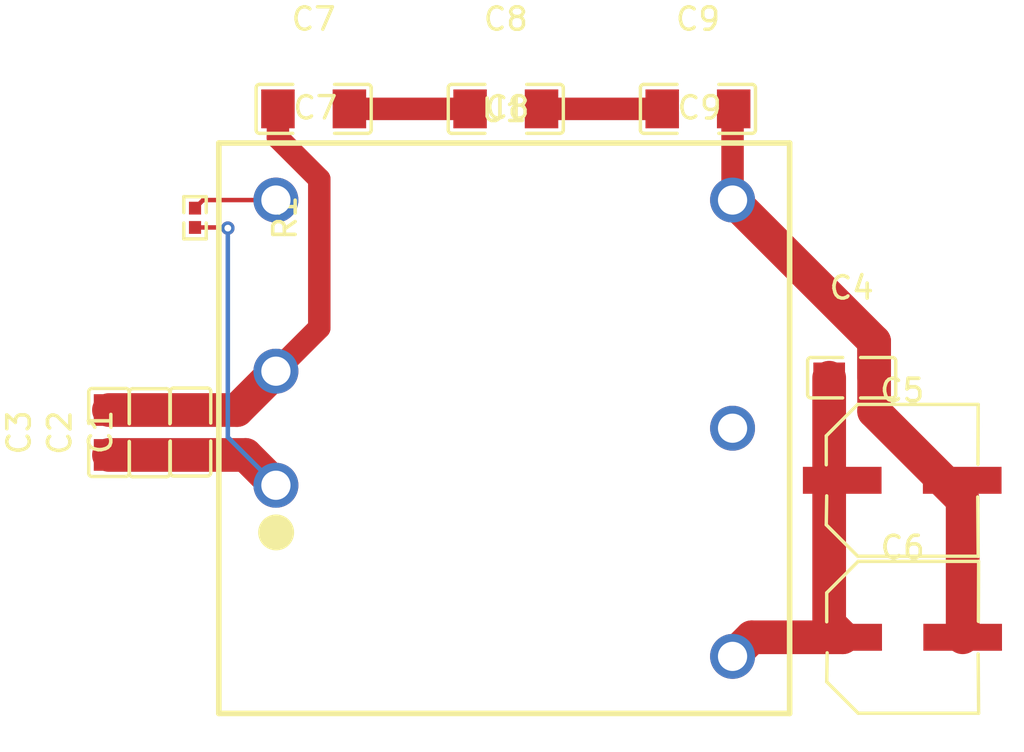
<source format=kicad_pcb>
(kicad_pcb (version 20241229) (generator "pcbnew") (generator_version "9.0")
  (layers (0 "F.Cu" signal) (2 "B.Cu" signal) (13 "F.Paste" user) (15 "B.Paste" user) (5 "F.SilkS" user "F.Silkscreen") (7 "B.SilkS" user "B.Silkscreen") (1 "F.Mask" user) (3 "B.Mask" user) (25 "Edge.Cuts" user))
  (net 0 "")
  (net 1 "converter-net")
  (net 2 "NP")
  (net 3 "converter-net-1")
  (net 4 "VO_plus")
  (net 5 "CNT")
  (net 6 "gnd-1")
  (net 7 "gnd")
  (net 8 "hv")
  (footprint "atopile:CAP-SMD_BD6.3-L6.6-W6.6-FD-3e301d" (layer "F.Cu") (at 166.4 111.62)
    (property "Reference" "C5" (at 0 -4 0) (layer "F.SilkS"))
    (property "Value" "100µF ±20%")
    (fp_line (start -3.38 -1.98) (end -3.38 -0.69) (stroke (width 0.15)) (layer "F.SilkS"))
    (fp_line (start -3.38 1.98) (end -3.36 0.69) (stroke (width 0.15)) (layer "F.SilkS"))
    (fp_line (start -1.98 -3.38) (end -3.38 -1.98) (stroke (width 0.15)) (layer "F.SilkS"))
    (fp_line (start -1.98 3.38) (end -3.38 1.98) (stroke (width 0.15)) (layer "F.SilkS"))
    (fp_line (start 3.36 0.74) (end 3.38 3.38) (stroke (width 0.15)) (layer "F.SilkS"))
    (fp_line (start 3.37 -0.71) (end 3.38 -3.38) (stroke (width 0.15)) (layer "F.SilkS"))
    (fp_line (start 3.38 -3.38) (end -1.98 -3.38) (stroke (width 0.15)) (layer "F.SilkS"))
    (fp_line (start 3.38 3.38) (end -1.98 3.38) (stroke (width 0.15)) (layer "F.SilkS"))
    (fp_text user "${REFERENCE}" (at 0 -4 0) (layer "F.SilkS"))
    (pad "1" smd rect (at -2.67 0) (size 3.5 1.2) (layers "F.Cu" "F.Mask" "F.Paste") (net 4 "VO_plus"))
    (pad "2" smd rect (at 2.67 0) (size 3.5 1.2) (layers "F.Cu" "F.Mask" "F.Paste") (net 6 "gnd-1"))
  )
  (footprint "atopile:C0805-3b2e55" (layer "F.Cu") (at 134.73 109.47 90)
    (property "Reference" "C1" (at 0 -4 90) (layer "F.SilkS"))
    (property "Value" "10µF ±10% 50V X5R")
    (fp_line (start 1.81 -0.9) (end 0.4 -0.9) (stroke (width 0.15)) (layer "F.SilkS"))
    (fp_line (start -1.81 -0.9) (end -0.4 -0.9) (stroke (width 0.15)) (layer "F.SilkS"))
    (fp_line (start 1.96 0.75) (end 1.96 -0.75) (stroke (width 0.15)) (layer "F.SilkS"))
    (fp_line (start -1.96 0.75) (end -1.96 -0.75) (stroke (width 0.15)) (layer "F.SilkS"))
    (fp_line (start 0.4 0.9) (end 1.81 0.9) (stroke (width 0.15)) (layer "F.SilkS"))
    (fp_line (start -0.4 0.9) (end -1.81 0.9) (stroke (width 0.15)) (layer "F.SilkS"))
    (fp_arc (start 1.81 -0.9) (mid 1.916066 -0.856066) (end 1.96 -0.75) (stroke (width 0.15)) (layer "F.SilkS"))
    (fp_arc (start -1.96 -0.75) (mid -1.916066 -0.856066) (end -1.81 -0.9) (stroke (width 0.15)) (layer "F.SilkS"))
    (fp_arc (start 1.96 0.75) (mid 1.916066 0.856066) (end 1.81 0.9) (stroke (width 0.15)) (layer "F.SilkS"))
    (fp_arc (start -1.81 0.9) (mid -1.916066 0.856066) (end -1.96 0.75) (stroke (width 0.15)) (layer "F.SilkS"))
    (fp_text user "${REFERENCE}" (at 0 -4 90) (layer "F.SilkS"))
    (pad "1" smd rect (at -1 0 90) (size 1.41 1.35) (layers "F.Cu" "F.Mask" "F.Paste") (net 8 "hv"))
    (pad "2" smd rect (at 1 0 90) (size 1.41 1.35) (layers "F.Cu" "F.Mask" "F.Paste") (net 7 "gnd"))
  )
  (footprint "atopile:R0402-56259e" (layer "F.Cu") (at 134.93 99.93 -90)
    (property "Reference" "R1" (at 0 -4 90) (layer "F.SilkS"))
    (property "Value" "10kΩ ±1% 62.5mW")
    (fp_line (start -0.94 0.5) (end -0.94 -0.5) (stroke (width 0.15)) (layer "F.SilkS"))
    (fp_line (start -0.23 0.5) (end -0.94 0.5) (stroke (width 0.15)) (layer "F.SilkS"))
    (fp_line (start 0.23 0.5) (end 0.94 0.5) (stroke (width 0.15)) (layer "F.SilkS"))
    (fp_line (start 0.94 0.5) (end 0.94 -0.5) (stroke (width 0.15)) (layer "F.SilkS"))
    (fp_line (start -0.94 -0.5) (end -0.23 -0.5) (stroke (width 0.15)) (layer "F.SilkS"))
    (fp_line (start 0.94 -0.5) (end 0.23 -0.5) (stroke (width 0.15)) (layer "F.SilkS"))
    (fp_text user "${REFERENCE}" (at 0 -4 270) (layer "F.SilkS"))
    (pad "1" smd rect (at -0.43 0 270) (size 0.57 0.54) (layers "F.Cu" "F.Mask" "F.Paste") (net 5 "CNT"))
    (pad "2" smd rect (at 0.43 0 270) (size 0.57 0.54) (layers "F.Cu" "F.Mask" "F.Paste") (net 8 "hv"))
  )
  (footprint "atopile:C1206-f0a137" (layer "F.Cu") (at 157.31 95.08)
    (property "Reference" "C9" (at 0.072512 -0.048096 0) (layer "F.SilkS"))
    (property "Value" "2.2nF ±10% 1kV X7R")
    (fp_line (start -2.56 0.94) (end -2.56 -0.94) (stroke (width 0.15)) (layer "F.SilkS"))
    (fp_line (start -2.41 -1.09) (end -0.93 -1.09) (stroke (width 0.15)) (layer "F.SilkS"))
    (fp_line (start -0.93 1.09) (end -2.41 1.09) (stroke (width 0.15)) (layer "F.SilkS"))
    (fp_line (start 0.93 1.09) (end 2.41 1.09) (stroke (width 0.15)) (layer "F.SilkS"))
    (fp_line (start 2.41 -1.09) (end 0.93 -1.09) (stroke (width 0.15)) (layer "F.SilkS"))
    (fp_line (start 2.56 0.94) (end 2.56 -0.94) (stroke (width 0.15)) (layer "F.SilkS"))
    (fp_arc (start -2.56 -0.94) (mid -2.516066 -1.046066) (end -2.41 -1.09) (stroke (width 0.15)) (layer "F.SilkS"))
    (fp_arc (start -2.41 1.09) (mid -2.516066 1.046066) (end -2.56 0.94) (stroke (width 0.15)) (layer "F.SilkS"))
    (fp_arc (start 2.41 -1.09) (mid 2.516066 -1.046066) (end 2.56 -0.94) (stroke (width 0.15)) (layer "F.SilkS"))
    (fp_arc (start 2.56 0.94) (mid 2.516066 1.046066) (end 2.41 1.09) (stroke (width 0.15)) (layer "F.SilkS"))
    (fp_text user "${REFERENCE}" (at 0 -4 0) (layer "F.SilkS"))
    (pad "1" smd rect (at -1.59 0) (size 1.49 1.73) (layers "F.Cu" "F.Mask" "F.Paste") (net 1 "converter-net"))
    (pad "2" smd rect (at 1.59 0) (size 1.49 1.73) (layers "F.Cu" "F.Mask" "F.Paste") (net 6 "gnd-1"))
  )
  (footprint "atopile:C0805-3b2e55" (layer "F.Cu") (at 164.15 107.05)
    (property "Reference" "C4" (at 0 -4 0) (layer "F.SilkS"))
    (property "Value" "1µF ±10% 50V X7R")
    (fp_line (start -1.96 0.75) (end -1.96 -0.75) (stroke (width 0.15)) (layer "F.SilkS"))
    (fp_line (start -1.81 -0.9) (end -0.4 -0.9) (stroke (width 0.15)) (layer "F.SilkS"))
    (fp_line (start -0.4 0.9) (end -1.81 0.9) (stroke (width 0.15)) (layer "F.SilkS"))
    (fp_line (start 0.4 0.9) (end 1.81 0.9) (stroke (width 0.15)) (layer "F.SilkS"))
    (fp_line (start 1.81 -0.9) (end 0.4 -0.9) (stroke (width 0.15)) (layer "F.SilkS"))
    (fp_line (start 1.96 0.75) (end 1.96 -0.75) (stroke (width 0.15)) (layer "F.SilkS"))
    (fp_arc (start -1.96 -0.75) (mid -1.916066 -0.856066) (end -1.81 -0.9) (stroke (width 0.15)) (layer "F.SilkS"))
    (fp_arc (start -1.81 0.9) (mid -1.916066 0.856066) (end -1.96 0.75) (stroke (width 0.15)) (layer "F.SilkS"))
    (fp_arc (start 1.81 -0.9) (mid 1.916066 -0.856066) (end 1.96 -0.75) (stroke (width 0.15)) (layer "F.SilkS"))
    (fp_arc (start 1.96 0.75) (mid 1.916066 0.856066) (end 1.81 0.9) (stroke (width 0.15)) (layer "F.SilkS"))
    (fp_text user "${REFERENCE}" (at 0 -4 0) (layer "F.SilkS"))
    (pad "1" smd rect (at -1 0) (size 1.41 1.35) (layers "F.Cu" "F.Mask" "F.Paste") (net 4 "VO_plus"))
    (pad "2" smd rect (at 1 0) (size 1.41 1.35) (layers "F.Cu" "F.Mask" "F.Paste") (net 6 "gnd-1"))
  )
  (footprint "atopile:CAP-SMD_BD6.3-L6.6-W6.6-FD-3e301d" (layer "F.Cu") (at 166.42 118.61)
    (property "Reference" "C6" (at 0 -4 0) (layer "F.SilkS"))
    (property "Value" "100µF ±20%")
    (fp_line (start -3.38 -1.98) (end -3.38 -0.69) (stroke (width 0.15)) (layer "F.SilkS"))
    (fp_line (start -3.38 1.98) (end -3.36 0.69) (stroke (width 0.15)) (layer "F.SilkS"))
    (fp_line (start -1.98 -3.38) (end -3.38 -1.98) (stroke (width 0.15)) (layer "F.SilkS"))
    (fp_line (start -1.98 3.38) (end -3.38 1.98) (stroke (width 0.15)) (layer "F.SilkS"))
    (fp_line (start 3.36 0.74) (end 3.38 3.38) (stroke (width 0.15)) (layer "F.SilkS"))
    (fp_line (start 3.37 -0.71) (end 3.38 -3.38) (stroke (width 0.15)) (layer "F.SilkS"))
    (fp_line (start 3.38 -3.38) (end -1.98 -3.38) (stroke (width 0.15)) (layer "F.SilkS"))
    (fp_line (start 3.38 3.38) (end -1.98 3.38) (stroke (width 0.15)) (layer "F.SilkS"))
    (fp_text user "${REFERENCE}" (at 0 -4 0) (layer "F.SilkS"))
    (pad "1" smd rect (at -2.67 0) (size 3.5 1.2) (layers "F.Cu" "F.Mask" "F.Paste") (net 4 "VO_plus"))
    (pad "2" smd rect (at 2.67 0) (size 3.5 1.2) (layers "F.Cu" "F.Mask" "F.Paste") (net 6 "gnd-1"))
  )
  (footprint "atopile:C0805-3b2e55" (layer "F.Cu") (at 131.1 109.49 90)
    (property "Reference" "C3" (at 0 -4 90) (layer "F.SilkS"))
    (property "Value" "10µF ±10% 50V X5R")
    (fp_line (start 1.81 -0.9) (end 0.4 -0.9) (stroke (width 0.15)) (layer "F.SilkS"))
    (fp_line (start -1.81 -0.9) (end -0.4 -0.9) (stroke (width 0.15)) (layer "F.SilkS"))
    (fp_line (start 1.96 0.75) (end 1.96 -0.75) (stroke (width 0.15)) (layer "F.SilkS"))
    (fp_line (start -1.96 0.75) (end -1.96 -0.75) (stroke (width 0.15)) (layer "F.SilkS"))
    (fp_line (start 0.4 0.9) (end 1.81 0.9) (stroke (width 0.15)) (layer "F.SilkS"))
    (fp_line (start -0.4 0.9) (end -1.81 0.9) (stroke (width 0.15)) (layer "F.SilkS"))
    (fp_arc (start 1.81 -0.9) (mid 1.916066 -0.856066) (end 1.96 -0.75) (stroke (width 0.15)) (layer "F.SilkS"))
    (fp_arc (start -1.96 -0.75) (mid -1.916066 -0.856066) (end -1.81 -0.9) (stroke (width 0.15)) (layer "F.SilkS"))
    (fp_arc (start 1.96 0.75) (mid 1.916066 0.856066) (end 1.81 0.9) (stroke (width 0.15)) (layer "F.SilkS"))
    (fp_arc (start -1.81 0.9) (mid -1.916066 0.856066) (end -1.96 0.75) (stroke (width 0.15)) (layer "F.SilkS"))
    (fp_text user "${REFERENCE}" (at 0 -4 90) (layer "F.SilkS"))
    (pad "1" smd rect (at -1 0 90) (size 1.41 1.35) (layers "F.Cu" "F.Mask" "F.Paste") (net 8 "hv"))
    (pad "2" smd rect (at 1 0 90) (size 1.41 1.35) (layers "F.Cu" "F.Mask" "F.Paste") (net 7 "gnd"))
  )
  (footprint "atopile:PWRM-TH_TDPOWER_TDK20-XXSXXWH-ae86e0" (layer "F.Cu") (at 148.69 109.3)
    (property "Reference" "U1" (at 0 -14.16 0) (layer "F.SilkS"))
    (property "Value" "")
    (fp_line (start -12.7 -12.7) (end -12.7 12.7) (stroke (width 0.25)) (layer "F.SilkS"))
    (fp_line (start -12.7 12.7) (end 12.7 12.7) (stroke (width 0.25)) (layer "F.SilkS"))
    (fp_line (start 12.7 -12.7) (end -12.7 -12.7) (stroke (width 0.25)) (layer "F.SilkS"))
    (fp_line (start 12.7 12.7) (end 12.7 -12.7) (stroke (width 0.25)) (layer "F.SilkS"))
    (fp_circle (center -10.15 4.64) (end -9.75 4.64) (stroke (width 0.8)) (fill no) (layer "F.SilkS"))
    (fp_text user "${REFERENCE}" (at 0 -14.16 0) (layer "F.SilkS"))
    (pad "1" thru_hole circle (at -10.16 2.54 180) (size 2 2) (drill 1.300023) (layers "*.Cu" "*.Mask") (net 8 "hv"))
    (pad "2" thru_hole circle (at -10.16 -2.54 180) (size 2 2) (drill 1.300023) (layers "*.Cu" "*.Mask") (net 7 "gnd"))
    (pad "3" thru_hole circle (at -10.16 -10.16 180) (size 2 2) (drill 1.300023) (layers "*.Cu" "*.Mask") (net 5 "CNT"))
    (pad "4" thru_hole circle (at 10.16 -10.16 180) (size 2 2) (drill 1.300023) (layers "*.Cu" "*.Mask") (net 6 "gnd-1"))
    (pad "5" thru_hole circle (at 10.16 0 180) (size 2 2) (drill 1.300023) (layers "*.Cu" "*.Mask") (net 2 "NP"))
    (pad "6" thru_hole circle (at 10.16 10.16 180) (size 2 2) (drill 1.300023) (layers "*.Cu" "*.Mask") (net 4 "VO_plus"))
  )
  (footprint "atopile:C1206-f0a137" (layer "F.Cu") (at 148.76 95.08)
    (property "Reference" "C8" (at 0.072512 -0.048096 0) (layer "F.SilkS"))
    (property "Value" "2.2nF ±10% 1kV X7R")
    (fp_line (start -2.56 0.94) (end -2.56 -0.94) (stroke (width 0.15)) (layer "F.SilkS"))
    (fp_line (start -2.41 -1.09) (end -0.93 -1.09) (stroke (width 0.15)) (layer "F.SilkS"))
    (fp_line (start -0.93 1.09) (end -2.41 1.09) (stroke (width 0.15)) (layer "F.SilkS"))
    (fp_line (start 0.93 1.09) (end 2.41 1.09) (stroke (width 0.15)) (layer "F.SilkS"))
    (fp_line (start 2.41 -1.09) (end 0.93 -1.09) (stroke (width 0.15)) (layer "F.SilkS"))
    (fp_line (start 2.56 0.94) (end 2.56 -0.94) (stroke (width 0.15)) (layer "F.SilkS"))
    (fp_arc (start -2.56 -0.94) (mid -2.516066 -1.046066) (end -2.41 -1.09) (stroke (width 0.15)) (layer "F.SilkS"))
    (fp_arc (start -2.41 1.09) (mid -2.516066 1.046066) (end -2.56 0.94) (stroke (width 0.15)) (layer "F.SilkS"))
    (fp_arc (start 2.41 -1.09) (mid 2.516066 -1.046066) (end 2.56 -0.94) (stroke (width 0.15)) (layer "F.SilkS"))
    (fp_arc (start 2.56 0.94) (mid 2.516066 1.046066) (end 2.41 1.09) (stroke (width 0.15)) (layer "F.SilkS"))
    (fp_text user "${REFERENCE}" (at 0 -4 0) (layer "F.SilkS"))
    (pad "1" smd rect (at -1.59 0) (size 1.49 1.73) (layers "F.Cu" "F.Mask" "F.Paste") (net 3 "converter-net-1"))
    (pad "2" smd rect (at 1.59 0) (size 1.49 1.73) (layers "F.Cu" "F.Mask" "F.Paste") (net 1 "converter-net"))
  )
  (footprint "atopile:C1206-f0a137" (layer "F.Cu") (at 140.21 95.08)
    (property "Reference" "C7" (at 0.072512 -0.048096 0) (layer "F.SilkS"))
    (property "Value" "2.2nF ±10% 1kV X7R")
    (fp_line (start -2.56 0.94) (end -2.56 -0.94) (stroke (width 0.15)) (layer "F.SilkS"))
    (fp_line (start -2.41 -1.09) (end -0.93 -1.09) (stroke (width 0.15)) (layer "F.SilkS"))
    (fp_line (start -0.93 1.09) (end -2.41 1.09) (stroke (width 0.15)) (layer "F.SilkS"))
    (fp_line (start 0.93 1.09) (end 2.41 1.09) (stroke (width 0.15)) (layer "F.SilkS"))
    (fp_line (start 2.41 -1.09) (end 0.93 -1.09) (stroke (width 0.15)) (layer "F.SilkS"))
    (fp_line (start 2.56 0.94) (end 2.56 -0.94) (stroke (width 0.15)) (layer "F.SilkS"))
    (fp_arc (start -2.56 -0.94) (mid -2.516066 -1.046066) (end -2.41 -1.09) (stroke (width 0.15)) (layer "F.SilkS"))
    (fp_arc (start -2.41 1.09) (mid -2.516066 1.046066) (end -2.56 0.94) (stroke (width 0.15)) (layer "F.SilkS"))
    (fp_arc (start 2.41 -1.09) (mid 2.516066 -1.046066) (end 2.56 -0.94) (stroke (width 0.15)) (layer "F.SilkS"))
    (fp_arc (start 2.56 0.94) (mid 2.516066 1.046066) (end 2.41 1.09) (stroke (width 0.15)) (layer "F.SilkS"))
    (fp_text user "${REFERENCE}" (at 0 -4 0) (layer "F.SilkS"))
    (pad "1" smd rect (at -1.59 0) (size 1.49 1.73) (layers "F.Cu" "F.Mask" "F.Paste") (net 7 "gnd"))
    (pad "2" smd rect (at 1.59 0) (size 1.49 1.73) (layers "F.Cu" "F.Mask" "F.Paste") (net 3 "converter-net-1"))
  )
  (footprint "atopile:C0805-3b2e55" (layer "F.Cu") (at 132.91 109.5 90)
    (property "Reference" "C2" (at 0 -4 90) (layer "F.SilkS"))
    (property "Value" "10µF ±10% 50V X5R")
    (fp_line (start 1.81 -0.9) (end 0.4 -0.9) (stroke (width 0.15)) (layer "F.SilkS"))
    (fp_line (start -1.81 -0.9) (end -0.4 -0.9) (stroke (width 0.15)) (layer "F.SilkS"))
    (fp_line (start 1.96 0.75) (end 1.96 -0.75) (stroke (width 0.15)) (layer "F.SilkS"))
    (fp_line (start -1.96 0.75) (end -1.96 -0.75) (stroke (width 0.15)) (layer "F.SilkS"))
    (fp_line (start 0.4 0.9) (end 1.81 0.9) (stroke (width 0.15)) (layer "F.SilkS"))
    (fp_line (start -0.4 0.9) (end -1.81 0.9) (stroke (width 0.15)) (layer "F.SilkS"))
    (fp_arc (start 1.81 -0.9) (mid 1.916066 -0.856066) (end 1.96 -0.75) (stroke (width 0.15)) (layer "F.SilkS"))
    (fp_arc (start -1.96 -0.75) (mid -1.916066 -0.856066) (end -1.81 -0.9) (stroke (width 0.15)) (layer "F.SilkS"))
    (fp_arc (start 1.96 0.75) (mid 1.916066 0.856066) (end 1.81 0.9) (stroke (width 0.15)) (layer "F.SilkS"))
    (fp_arc (start -1.81 0.9) (mid -1.916066 0.856066) (end -1.96 0.75) (stroke (width 0.15)) (layer "F.SilkS"))
    (fp_text user "${REFERENCE}" (at 0 -4 90) (layer "F.SilkS"))
    (pad "1" smd rect (at -1 0 90) (size 1.41 1.35) (layers "F.Cu" "F.Mask" "F.Paste") (net 8 "hv"))
    (pad "2" smd rect (at 1 0 90) (size 1.41 1.35) (layers "F.Cu" "F.Mask" "F.Paste") (net 7 "gnd"))
  )
  (segment (start 150.35 95.08) (end 155.72 95.08) (width 1) (layer "F.Cu") (net 1))
  (segment (start 141.8 95.08) (end 147.17 95.08) (width 1) (layer "F.Cu") (net 3))
  (segment (start 163.75 118.61) (end 159.7 118.61) (width 1.5) (layer "F.Cu") (net 4))
  (segment (start 163.15 118.01) (end 163.15 107.05) (width 1.5) (layer "F.Cu") (net 4))
  (segment (start 163.75 118.61) (end 163.15 118.01) (width 1.5) (layer "F.Cu") (net 4))
  (segment (start 159.7 118.61) (end 158.85 119.46) (width 1.5) (layer "F.Cu") (net 4))
  (segment (start 138.53 99.14) (end 135.29 99.14) (width 0.2) (layer "F.Cu") (net 5))
  (segment (start 135.29 99.14) (end 134.93 99.5) (width 0.2) (layer "F.Cu") (net 5))
  (segment (start 165.15 107.05) (end 165.15 105.44) (width 1.5) (layer "F.Cu") (net 6))
  (segment (start 165.15 105.44) (end 165.15 108.55) (width 1.5) (layer "F.Cu") (net 6))
  (segment (start 165.15 105.44) (end 158.85 99.14) (width 1.5) (layer "F.Cu") (net 6))
  (segment (start 158.85 95.13) (end 158.9 95.08) (width 0.2) (layer "F.Cu") (net 6))
  (segment (start 165.15 108.55) (end 169.09 112.49) (width 1.5) (layer "F.Cu") (net 6))
  (segment (start 158.85 99.14) (end 158.85 95.13) (width 1) (layer "F.Cu") (net 6))
  (segment (start 169.09 112.49) (end 169.09 118.61) (width 1.5) (layer "F.Cu") (net 6))
  (segment (start 138.62 96.37) (end 140.46 98.21) (width 1) (layer "F.Cu") (net 7))
  (segment (start 138.62 95.08) (end 138.62 96.37) (width 1) (layer "F.Cu") (net 7))
  (segment (start 131.1 108.49) (end 136.8 108.49) (width 1.5) (layer "F.Cu") (net 7))
  (segment (start 140.46 104.83) (end 138.53 106.76) (width 1) (layer "F.Cu") (net 7))
  (segment (start 136.8 108.49) (end 138.53 106.76) (width 1.5) (layer "F.Cu") (net 7))
  (segment (start 140.46 98.21) (end 140.46 104.83) (width 1) (layer "F.Cu") (net 7))
  (segment (start 131.1 110.49) (end 137.18 110.49) (width 1.5) (layer "F.Cu") (net 8))
  (segment (start 137.18 110.49) (end 138.53 111.84) (width 1.5) (layer "F.Cu") (net 8))
  (segment (start 136.36 100.36) (end 136.39 100.39) (width 0.2) (layer "F.Cu") (net 8))
  (segment (start 134.93 100.36) (end 136.36 100.36) (width 0.2) (layer "F.Cu") (net 8))
  (via (at 136.39 100.39) (size 0.6) (drill 0.3) (layers "F.Cu" "B.Cu") (net 8))
  (segment (start 136.39 100.39) (end 136.39 109.7) (width 0.2) (layer "B.Cu") (net 8))
  (segment (start 136.39 109.7) (end 138.53 111.84) (width 0.2) (layer "B.Cu") (net 8))
)
</source>
